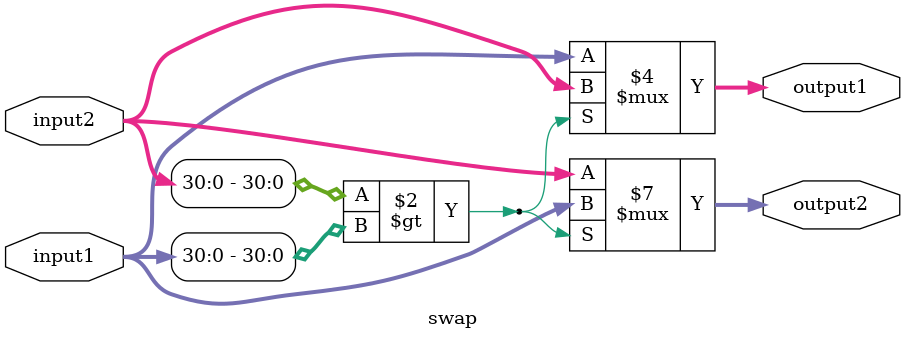
<source format=v>
module swap(input [31:0]input1, input [31:0]input2, output reg [31:0]output1, output reg [31:0]output2); 

    always @(input1 | input2)
    begin
        if(input2[30:0]>input1[30:0])
        begin
            output2 = input1;
            output1 = input2;
        end
        else
        begin
            output1 = input1;
            output2 = input2;
        end
    end

endmodule
</source>
